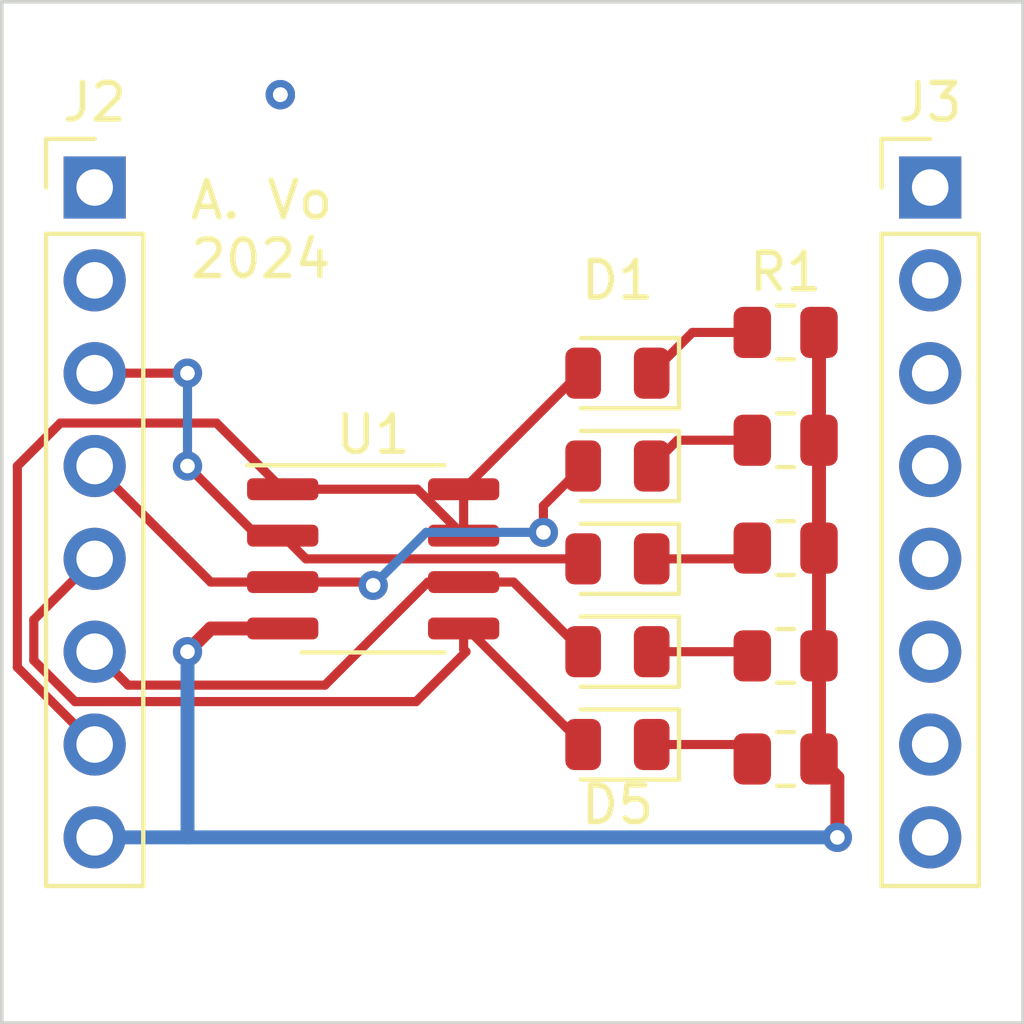
<source format=kicad_pcb>
(kicad_pcb (version 20221018) (generator pcbnew)
  (layers (0 "F.Cu" signal) (31 "B.Cu" signal) (34 "B.Paste" user) (35 "F.Paste" user) (36 "B.SilkS" user "B.Silkscreen") (37 "F.SilkS" user "F.Silkscreen") (38 "B.Mask" user) (39 "F.Mask" user) (44 "Edge.Cuts" user))
  (net 0 "")
  (net 1 "Net-(D1-K)")
  (net 2 "Net-(D2-K)")
  (net 3 "Net-(D3-K)")
  (net 4 "Net-(D4-K)")
  (net 5 "Net-(D5-K)")
  (net 16 "GND")
  (net 17 "/CS")
  (net 18 "/SCK")
  (net 19 "/MISO")
  (net 20 "/MOSI")
  (net 21 "/+3.3V")
  (footprint "LED_SMD:LED_0805_2012Metric" (layer "F.Cu") (at 164.1625 96.52 180)
    (fp_text reference "D2" hide)
    (fp_text value "LED")
    (fp_line (start -1.685 -0.96) (end -1.685 0.96) (stroke (width 0.12)) (layer "F.SilkS"))
    (fp_line (start -1.685 0.96) (end 1 0.96) (stroke (width 0.12)) (layer "F.SilkS"))
    (fp_line (start 1 -0.96) (end -1.685 -0.96) (stroke (width 0.12)) (layer "F.SilkS"))
    (pad "1" smd roundrect (at -0.9375 0 180) (size 0.975 1.4) (layers "F.Cu" "F.Paste" "F.Mask") (net 2 "Net-(D2-K)"))
    (pad "2" smd roundrect (at 0.9375 0 180) (size 0.975 1.4) (layers "F.Cu" "F.Paste" "F.Mask") (net 18 "/SCK"))
  )
  (footprint "Resistor_SMD:R_0805_2012Metric" (layer "F.Cu") (at 168.765 104.535)
    (fp_text reference "R5" hide)
    (fp_text value "1K")
    (fp_line (start -0.227064 -0.735) (end 0.227064 -0.735) (stroke (width 0.12)) (layer "F.SilkS"))
    (fp_line (start -0.227064 0.735) (end 0.227064 0.735) (stroke (width 0.12)) (layer "F.SilkS"))
    (pad "1" smd roundrect (at -0.9125 0) (size 1.025 1.4) (layers "F.Cu" "F.Paste" "F.Mask") (roundrect_rratio 0.243902439) (net 5 "Net-(D5-K)"))
    (pad "2" smd roundrect (at 0.9125 0) (size 1.025 1.4) (layers "F.Cu" "F.Paste" "F.Mask") (roundrect_rratio 0.243902439) (net 16 "GND"))
  )
  (footprint "Connector_PinHeader_2.54mm:PinHeader_1x08_P2.54mm_Vertical" (layer "F.Cu") (at 149.86 88.9)
    (fp_text reference "J2" (at 0 -2.33) (layer "F.SilkS"))
    (fp_text value "Conn_01x08" hide)
    (fp_line (start -1.33 -1.33) (end 0 -1.33) (stroke (width 0.12)) (layer "F.SilkS"))
    (fp_line (start -1.33 0) (end -1.33 -1.33) (stroke (width 0.12)) (layer "F.SilkS"))
    (fp_line (start -1.33 1.27) (end -1.33 19.11) (stroke (width 0.12)) (layer "F.SilkS"))
    (fp_line (start -1.33 1.27) (end 1.33 1.27) (stroke (width 0.12)) (layer "F.SilkS"))
    (fp_line (start -1.33 19.11) (end 1.33 19.11) (stroke (width 0.12)) (layer "F.SilkS"))
    (fp_line (start 1.33 1.27) (end 1.33 19.11) (stroke (width 0.12)) (layer "F.SilkS"))
    (pad "1" thru_hole rect (at 0 0) (size 1.7 1.7) (drill 1) (layers "*.Cu" "*.Mask"))
    (pad "2" thru_hole oval (at 0 2.54) (size 1.7 1.7) (drill 1) (layers "*.Cu" "*.Mask"))
    (pad "3" thru_hole oval (at 0 5.08) (size 1.7 1.7) (drill 1) (layers "*.Cu" "*.Mask") (net 17 "/CS"))
    (pad "4" thru_hole oval (at 0 7.62) (size 1.7 1.7) (drill 1) (layers "*.Cu" "*.Mask") (net 18 "/SCK"))
    (pad "5" thru_hole oval (at 0 10.16) (size 1.7 1.7) (drill 1) (layers "*.Cu" "*.Mask") (net 19 "/MISO"))
    (pad "6" thru_hole oval (at 0 12.7) (size 1.7 1.7) (drill 1) (layers "*.Cu" "*.Mask") (net 20 "/MOSI"))
    (pad "7" thru_hole oval (at 0 15.24) (size 1.7 1.7) (drill 1) (layers "*.Cu" "*.Mask") (net 21 "/+3.3V"))
    (pad "8" thru_hole oval (at 0 17.78) (size 1.7 1.7) (drill 1) (layers "*.Cu" "*.Mask") (net 16 "GND"))
  )
  (footprint "Resistor_SMD:R_0805_2012Metric" (layer "F.Cu") (at 168.765 95.815)
    (fp_text reference "R2" hide)
    (fp_text value "1K" hide)
    (fp_line (start -0.227064 -0.735) (end 0.227064 -0.735) (stroke (width 0.12)) (layer "F.SilkS"))
    (fp_line (start -0.227064 0.735) (end 0.227064 0.735) (stroke (width 0.12)) (layer "F.SilkS"))
    (pad "1" smd roundrect (at -0.9125 0) (size 1.025 1.4) (layers "F.Cu" "F.Paste" "F.Mask") (roundrect_rratio 0.243902439) (net 2 "Net-(D2-K)"))
    (pad "2" smd roundrect (at 0.9125 0) (size 1.025 1.4) (layers "F.Cu" "F.Paste" "F.Mask") (roundrect_rratio 0.243902439) (net 16 "GND"))
  )
  (footprint "Resistor_SMD:R_0805_2012Metric" (layer "F.Cu") (at 168.765 101.715)
    (fp_text reference "R4" hide)
    (fp_text value "1K" hide)
    (fp_line (start -0.227064 -0.735) (end 0.227064 -0.735) (stroke (width 0.12)) (layer "F.SilkS"))
    (fp_line (start -0.227064 0.735) (end 0.227064 0.735) (stroke (width 0.12)) (layer "F.SilkS"))
    (pad "1" smd roundrect (at -0.9125 0) (size 1.025 1.4) (layers "F.Cu" "F.Paste" "F.Mask") (roundrect_rratio 0.243902439) (net 4 "Net-(D4-K)"))
    (pad "2" smd roundrect (at 0.9125 0) (size 1.025 1.4) (layers "F.Cu" "F.Paste" "F.Mask") (roundrect_rratio 0.243902439) (net 16 "GND"))
  )
  (footprint "LED_SMD:LED_0805_2012Metric" (layer "F.Cu") (at 164.1625 99.06 180)
    (fp_text reference "D3" hide)
    (fp_text value "LED" hide)
    (fp_line (start -1.685 -0.96) (end -1.685 0.96) (stroke (width 0.12)) (layer "F.SilkS"))
    (fp_line (start -1.685 0.96) (end 1 0.96) (stroke (width 0.12)) (layer "F.SilkS"))
    (fp_line (start 1 -0.96) (end -1.685 -0.96) (stroke (width 0.12)) (layer "F.SilkS"))
    (pad "1" smd roundrect (at -0.9375 0 180) (size 0.975 1.4) (layers "F.Cu" "F.Paste" "F.Mask") (net 3 "Net-(D3-K)"))
    (pad "2" smd roundrect (at 0.9375 0 180) (size 0.975 1.4) (layers "F.Cu" "F.Paste" "F.Mask") (net 17 "/CS"))
  )
  (footprint "Connector_PinHeader_2.54mm:PinHeader_1x08_P2.54mm_Vertical" (layer "F.Cu") (at 172.72 88.9)
    (fp_text reference "J3" (at 0 -2.33) (layer "F.SilkS"))
    (fp_text value "Conn_01x08" hide)
    (fp_line (start -1.33 -1.33) (end 0 -1.33) (stroke (width 0.12)) (layer "F.SilkS"))
    (fp_line (start -1.33 0) (end -1.33 -1.33) (stroke (width 0.12)) (layer "F.SilkS"))
    (fp_line (start -1.33 1.27) (end -1.33 19.11) (stroke (width 0.12)) (layer "F.SilkS"))
    (fp_line (start -1.33 1.27) (end 1.33 1.27) (stroke (width 0.12)) (layer "F.SilkS"))
    (fp_line (start -1.33 19.11) (end 1.33 19.11) (stroke (width 0.12)) (layer "F.SilkS"))
    (fp_line (start 1.33 1.27) (end 1.33 19.11) (stroke (width 0.12)) (layer "F.SilkS"))
    (pad "1" thru_hole rect (at 0 0) (size 1.7 1.7) (drill 1) (layers "*.Cu" "*.Mask"))
    (pad "2" thru_hole oval (at 0 2.54) (size 1.7 1.7) (drill 1) (layers "*.Cu" "*.Mask"))
    (pad "3" thru_hole oval (at 0 5.08) (size 1.7 1.7) (drill 1) (layers "*.Cu" "*.Mask"))
    (pad "4" thru_hole oval (at 0 7.62) (size 1.7 1.7) (drill 1) (layers "*.Cu" "*.Mask"))
    (pad "5" thru_hole oval (at 0 10.16) (size 1.7 1.7) (drill 1) (layers "*.Cu" "*.Mask"))
    (pad "6" thru_hole oval (at 0 12.7) (size 1.7 1.7) (drill 1) (layers "*.Cu" "*.Mask"))
    (pad "7" thru_hole oval (at 0 15.24) (size 1.7 1.7) (drill 1) (layers "*.Cu" "*.Mask"))
    (pad "8" thru_hole oval (at 0 17.78) (size 1.7 1.7) (drill 1) (layers "*.Cu" "*.Mask"))
  )
  (footprint "Package_SO:SOIC-8_3.9x4.9mm_P1.27mm" (layer "F.Cu") (at 157.48 99.06)
    (fp_text reference "U1" (at 0 -3.4) (layer "F.SilkS"))
    (fp_text value "~" hide)
    (fp_line (start 0 -2.56) (end -3.45 -2.56) (stroke (width 0.12)) (layer "F.SilkS"))
    (fp_line (start 0 -2.56) (end 1.95 -2.56) (stroke (width 0.12)) (layer "F.SilkS"))
    (fp_line (start 0 2.56) (end -1.95 2.56) (stroke (width 0.12)) (layer "F.SilkS"))
    (fp_line (start 0 2.56) (end 1.95 2.56) (stroke (width 0.12)) (layer "F.SilkS"))
    (pad "1" smd roundrect (at -2.475 -1.905) (size 1.95 0.6) (layers "F.Cu" "F.Paste" "F.Mask") (net 21 "/+3.3V"))
    (pad "2" smd roundrect (at -2.475 -0.635) (size 1.95 0.6) (layers "F.Cu" "F.Paste" "F.Mask") (net 17 "/CS"))
    (pad "3" smd roundrect (at -2.475 0.635) (size 1.95 0.6) (layers "F.Cu" "F.Paste" "F.Mask") (net 18 "/SCK"))
    (pad "4" smd roundrect (at -2.475 1.905) (size 1.95 0.6) (layers "F.Cu" "F.Paste" "F.Mask") (net 16 "GND"))
    (pad "5" smd roundrect (at 2.475 1.905) (size 1.95 0.6) (layers "F.Cu" "F.Paste" "F.Mask") (net 19 "/MISO"))
    (pad "6" smd roundrect (at 2.475 0.635) (size 1.95 0.6) (layers "F.Cu" "F.Paste" "F.Mask") (net 20 "/MOSI"))
    (pad "7" smd roundrect (at 2.475 -0.635) (size 1.95 0.6) (layers "F.Cu" "F.Paste" "F.Mask") (net 21 "/+3.3V"))
    (pad "8" smd roundrect (at 2.475 -1.905) (size 1.95 0.6) (layers "F.Cu" "F.Paste" "F.Mask") (net 21 "/+3.3V"))
  )
  (footprint "Resistor_SMD:R_0805_2012Metric" (layer "F.Cu") (at 168.765 92.865)
    (fp_text reference "R1" (at 0 -1.65) (layer "F.SilkS"))
    (fp_text value "1K" hide)
    (fp_line (start -0.227064 -0.735) (end 0.227064 -0.735) (stroke (width 0.12)) (layer "F.SilkS"))
    (fp_line (start -0.227064 0.735) (end 0.227064 0.735) (stroke (width 0.12)) (layer "F.SilkS"))
    (pad "1" smd roundrect (at -0.9125 0) (size 1.025 1.4) (layers "F.Cu" "F.Paste" "F.Mask") (roundrect_rratio 0.243902439) (net 1 "Net-(D1-K)"))
    (pad "2" smd roundrect (at 0.9125 0) (size 1.025 1.4) (layers "F.Cu" "F.Paste" "F.Mask") (roundrect_rratio 0.243902439) (net 16 "GND"))
  )
  (footprint "LED_SMD:LED_0805_2012Metric" (layer "F.Cu") (at 164.1625 93.98 180)
    (fp_text reference "D1" (at 0 2.54) (layer "F.SilkS"))
    (fp_text value "LED")
    (fp_line (start -1.685 -0.96) (end -1.685 0.96) (stroke (width 0.12)) (layer "F.SilkS"))
    (fp_line (start -1.685 0.96) (end 1 0.96) (stroke (width 0.12)) (layer "F.SilkS"))
    (fp_line (start 1 -0.96) (end -1.685 -0.96) (stroke (width 0.12)) (layer "F.SilkS"))
    (pad "1" smd roundrect (at -0.9375 0 180) (size 0.975 1.4) (layers "F.Cu" "F.Paste" "F.Mask") (net 1 "Net-(D1-K)"))
    (pad "2" smd roundrect (at 0.9375 0 180) (size 0.975 1.4) (layers "F.Cu" "F.Paste" "F.Mask") (net 21 "/+3.3V"))
  )
  (footprint "LED_SMD:LED_0805_2012Metric" (layer "F.Cu") (at 164.1625 104.14 180)
    (fp_text reference "D5" (at 0 -1.65) (layer "F.SilkS"))
    (fp_text value "LED" hide)
    (fp_line (start -1.685 -0.96) (end -1.685 0.96) (stroke (width 0.12)) (layer "F.SilkS"))
    (fp_line (start -1.685 0.96) (end 1 0.96) (stroke (width 0.12)) (layer "F.SilkS"))
    (fp_line (start 1 -0.96) (end -1.685 -0.96) (stroke (width 0.12)) (layer "F.SilkS"))
    (pad "1" smd roundrect (at -0.9375 0 180) (size 0.975 1.4) (layers "F.Cu" "F.Paste" "F.Mask") (net 5 "Net-(D5-K)"))
    (pad "2" smd roundrect (at 0.9375 0 180) (size 0.975 1.4) (layers "F.Cu" "F.Paste" "F.Mask") (net 19 "/MISO"))
  )
  (footprint "Resistor_SMD:R_0805_2012Metric" (layer "F.Cu") (at 168.765 98.765)
    (fp_text reference "R3" hide)
    (fp_text value "1K" hide)
    (fp_line (start -0.227064 -0.735) (end 0.227064 -0.735) (stroke (width 0.12)) (layer "F.SilkS"))
    (fp_line (start -0.227064 0.735) (end 0.227064 0.735) (stroke (width 0.12)) (layer "F.SilkS"))
    (pad "1" smd roundrect (at -0.9125 0) (size 1.025 1.4) (layers "F.Cu" "F.Paste" "F.Mask") (roundrect_rratio 0.243902439) (net 3 "Net-(D3-K)"))
    (pad "2" smd roundrect (at 0.9125 0) (size 1.025 1.4) (layers "F.Cu" "F.Paste" "F.Mask") (roundrect_rratio 0.243902439) (net 16 "GND"))
  )
  (footprint "LED_SMD:LED_0805_2012Metric" (layer "F.Cu") (at 164.1625 101.6 180)
    (fp_text reference "D4" hide)
    (fp_text value "LED" hide)
    (fp_line (start -1.685 -0.96) (end -1.685 0.96) (stroke (width 0.12)) (layer "F.SilkS"))
    (fp_line (start -1.685 0.96) (end 1 0.96) (stroke (width 0.12)) (layer "F.SilkS"))
    (fp_line (start 1 -0.96) (end -1.685 -0.96) (stroke (width 0.12)) (layer "F.SilkS"))
    (pad "1" smd roundrect (at -0.9375 0 180) (size 0.975 1.4) (layers "F.Cu" "F.Paste" "F.Mask") (net 4 "Net-(D4-K)"))
    (pad "2" smd roundrect (at 0.9375 0 180) (size 0.975 1.4) (layers "F.Cu" "F.Paste" "F.Mask") (net 20 "/MOSI"))
  )
  (gr_line (start 175.26 83.82) (end 175.26 111.76) (stroke (width 0.1)) (layer "Edge.Cuts"))
  (gr_line (start 147.32 83.82) (end 175.26 83.82) (stroke (width 0.1)) (layer "Edge.Cuts"))
  (gr_line (start 147.32 111.76) (end 147.32 83.82) (stroke (width 0.1)) (layer "Edge.Cuts"))
  (gr_line (start 175.26 111.76) (end 147.32 111.76) (stroke (width 0.1)) (layer "Edge.Cuts"))
  (gr_text "A. Vo\n2024\n" (at 152.4 91.44) (layer "F.SilkS") (effects (font (size 1 1)) (justify left bottom)))
  (via (at 154.94 86.36) (size 0.8) (drill 0.4) (layers "F.Cu" "B.Cu") (net 0))
  (via (at 154.94 86.36) (size 0.8) (drill 0.4) (layers "F.Cu" "B.Cu") (net 0))
  (via (at 154.94 86.36) (size 0.8) (drill 0.4) (layers "F.Cu" "B.Cu") (net 0))
  (via (at 154.94 86.36) (size 0.8) (drill 0.4) (layers "F.Cu" "B.Cu") (net 0))
  (segment (start 166.215 92.865) (end 167.8525 92.865) (width 0.25) (layer "F.Cu") (net 1))
  (segment (start 165.1 93.98) (end 166.215 92.865) (width 0.25) (layer "F.Cu") (net 1))
  (segment (start 165.805 95.815) (end 167.8525 95.815) (width 0.25) (layer "F.Cu") (net 2))
  (segment (start 165.1 96.52) (end 165.805 95.815) (width 0.25) (layer "F.Cu") (net 2))
  (segment (start 165.1 99.06) (end 167.5575 99.06) (width 0.25) (layer "F.Cu") (net 3))
  (segment (start 167.5575 99.06) (end 167.8525 98.765) (width 0.25) (layer "F.Cu") (net 3))
  (segment (start 167.7375 101.6) (end 167.8525 101.715) (width 0.25) (layer "F.Cu") (net 4))
  (segment (start 165.1 101.6) (end 167.7375 101.6) (width 0.25) (layer "F.Cu") (net 4))
  (segment (start 165.1 104.14) (end 167.4575 104.14) (width 0.25) (layer "F.Cu") (net 5))
  (segment (start 167.4575 104.14) (end 167.8525 104.535) (width 0.25) (layer "F.Cu") (net 5))
  (segment (start 169.6775 98.765) (end 169.6775 95.815) (width 0.381) (layer "F.Cu") (net 16))
  (segment (start 169.6775 95.815) (end 169.6775 92.865) (width 0.381) (layer "F.Cu") (net 16))
  (segment (start 169.6775 101.715) (end 169.6775 98.765) (width 0.381) (layer "F.Cu") (net 16))
  (segment (start 169.6775 104.535) (end 169.6775 101.715) (width 0.381) (layer "F.Cu") (net 16))
  (segment (start 155.005 100.965) (end 153.035 100.965) (width 0.381) (layer "F.Cu") (net 16))
  (segment (start 170.18 105.0375) (end 169.6775 104.535) (width 0.381) (layer "F.Cu") (net 16))
  (segment (start 153.035 100.965) (end 152.4 101.6) (width 0.381) (layer "F.Cu") (net 16))
  (segment (start 170.18 106.68) (end 170.18 105.0375) (width 0.381) (layer "F.Cu") (net 16))
  (via (at 170.18 106.68) (size 0.8) (drill 0.4) (layers "F.Cu" "B.Cu") (net 16))
  (via (at 152.4 101.6) (size 0.8) (drill 0.4) (layers "F.Cu" "B.Cu") (net 16))
  (segment (start 152.4 101.6) (end 152.4 106.68) (width 0.381) (layer "B.Cu") (net 16))
  (segment (start 152.4 106.68) (end 170.18 106.68) (width 0.381) (layer "B.Cu") (net 16))
  (segment (start 152.4 106.68) (end 149.86 106.68) (width 0.381) (layer "B.Cu") (net 16))
  (segment (start 152.4 96.52) (end 154.305 98.425) (width 0.25) (layer "F.Cu") (net 17))
  (segment (start 149.86 93.98) (end 152.4 93.98) (width 0.25) (layer "F.Cu") (net 17))
  (segment (start 154.305 98.425) (end 155.005 98.425) (width 0.25) (layer "F.Cu") (net 17))
  (segment (start 155.64 99.06) (end 163.225 99.06) (width 0.25) (layer "F.Cu") (net 17))
  (segment (start 155.005 98.425) (end 155.64 99.06) (width 0.25) (layer "F.Cu") (net 17))
  (via (at 152.4 96.52) (size 0.8) (drill 0.4) (layers "F.Cu" "B.Cu") (net 17))
  (via (at 152.4 93.98) (size 0.8) (drill 0.4) (layers "F.Cu" "B.Cu") (net 17))
  (segment (start 152.4 93.98) (end 152.4 96.52) (width 0.25) (layer "B.Cu") (net 17))
  (segment (start 162.1375 98.335) (end 162.1375 97.6075) (width 0.25) (layer "F.Cu") (net 18))
  (segment (start 162.1375 97.6075) (end 163.225 96.52) (width 0.25) (layer "F.Cu") (net 18))
  (segment (start 157.295 99.695) (end 157.48 99.51) (width 0.25) (layer "F.Cu") (net 18))
  (segment (start 155.005 99.695) (end 157.295 99.695) (width 0.25) (layer "F.Cu") (net 18))
  (segment (start 157.48 99.51) (end 157.48 99.785) (width 0.25) (layer "F.Cu") (net 18))
  (segment (start 153.035 99.695) (end 155.005 99.695) (width 0.25) (layer "F.Cu") (net 18))
  (segment (start 149.86 96.52) (end 153.035 99.695) (width 0.25) (layer "F.Cu") (net 18))
  (via (at 157.48 99.785) (size 0.8) (drill 0.4) (layers "F.Cu" "B.Cu") (net 18))
  (via (at 162.1375 98.335) (size 0.8) (drill 0.4) (layers "F.Cu" "B.Cu") (net 18))
  (segment (start 158.93 98.335) (end 162.1375 98.335) (width 0.25) (layer "B.Cu") (net 18))
  (segment (start 157.48 99.785) (end 158.93 98.335) (width 0.25) (layer "B.Cu") (net 18))
  (segment (start 158.655 102.965) (end 160.02 101.6) (width 0.25) (layer "F.Cu") (net 19))
  (segment (start 148.195 101.838604) (end 149.321396 102.965) (width 0.25) (layer "F.Cu") (net 19))
  (segment (start 149.86 99.06) (end 148.195 100.725) (width 0.25) (layer "F.Cu") (net 19))
  (segment (start 148.195 100.725) (end 148.195 101.838604) (width 0.25) (layer "F.Cu") (net 19))
  (segment (start 159.955 100.965) (end 160.05 100.965) (width 0.25) (layer "F.Cu") (net 19))
  (segment (start 159.955 101.535) (end 159.955 100.965) (width 0.25) (layer "F.Cu") (net 19))
  (segment (start 160.05 100.965) (end 163.225 104.14) (width 0.25) (layer "F.Cu") (net 19))
  (segment (start 160.02 101.6) (end 159.955 101.535) (width 0.25) (layer "F.Cu") (net 19))
  (segment (start 149.321396 102.965) (end 158.655 102.965) (width 0.25) (layer "F.Cu") (net 19))
  (segment (start 156.160001 102.515) (end 158.980001 99.695) (width 0.25) (layer "F.Cu") (net 20))
  (segment (start 158.980001 99.695) (end 159.955 99.695) (width 0.25) (layer "F.Cu") (net 20))
  (segment (start 150.775 102.515) (end 156.160001 102.515) (width 0.25) (layer "F.Cu") (net 20))
  (segment (start 161.32 99.695) (end 163.225 101.6) (width 0.25) (layer "F.Cu") (net 20))
  (segment (start 159.955 99.695) (end 161.32 99.695) (width 0.25) (layer "F.Cu") (net 20))
  (segment (start 149.86 101.6) (end 150.775 102.515) (width 0.25) (layer "F.Cu") (net 20))
  (segment (start 159.955 98.425) (end 159.955 97.155) (width 0.25) (layer "F.Cu") (net 21))
  (segment (start 147.745 102.025) (end 147.745 96.52) (width 0.25) (layer "F.Cu") (net 21))
  (segment (start 159.955 97.155) (end 163.13 93.98) (width 0.25) (layer "F.Cu") (net 21))
  (segment (start 147.745 96.52) (end 148.92 95.345) (width 0.25) (layer "F.Cu") (net 21))
  (segment (start 155.005 97.155) (end 158.685 97.155) (width 0.25) (layer "F.Cu") (net 21))
  (segment (start 149.86 104.14) (end 147.745 102.025) (width 0.25) (layer "F.Cu") (net 21))
  (segment (start 148.92 95.345) (end 153.195 95.345) (width 0.25) (layer "F.Cu") (net 21))
  (segment (start 163.13 93.98) (end 163.225 93.98) (width 0.25) (layer "F.Cu") (net 21))
  (segment (start 153.195 95.345) (end 155.005 97.155) (width 0.25) (layer "F.Cu") (net 21))
  (segment (start 158.685 97.155) (end 159.955 98.425) (width 0.25) (layer "F.Cu") (net 21))
)
</source>
